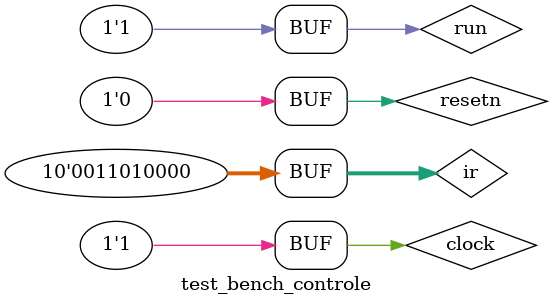
<source format=v>
module test_bench_controle;



	reg [9:0]ir; //instruções no formato III XXX YYY ou III XXX DDD
	reg run, resetn, clock; //Sinais de entrada
	wire done, r0_in, r1_in, r2_in, r3_in, r4_in, r5_in, r6_in,
			r7_in, r0_out, r1_out, r2_out, r3_out, r4_out, r5_out, r6_out, r7_out,
			a_in, g_in, add_sub, dinout, g_out; //sinais de controle 
	
	initial begin
		clock = 1'b0;
		resetn = 1'b0;
		run = 1'b1;
		ir = 9'b001000000; //MVI R0 2
	end
	
	initial begin
		#25 clock = 1'b1;//1
		#25 clock = 1'b0; //0 
		ir = 9'b000001000; //MV R1 R0
		
		#25 clock = ~clock; //1  
		
		
		#25 clock = 1'b0;//0
		ir = 9'b010001001; //ADD R1 R1
		#25 clock = 1'b1; //1
		#25 clock = 1'b0; //0
		#25 clock = 1'b1; //1
		#25 clock = 1'b0; //0
		#25 clock = 1'b1; //1
		
		#25 clock = 1'b0; //0
		ir = 9'b011010000; //SUB R2 R0
		#25 clock = 1'b1; //1
		#25 clock = 1'b0; //0
		#25 clock = 1'b1; //1
		#25 clock = 1'b0; //0
		#25 clock = 1'b1; //1
		
		#25 clock = 1'b0; //0
		#25 clock = 1'b1; //1

	end
	
		controle dut(clock,ir,run, resetn, r0_in, r1_in, r2_in, r3_in, r4_in, r5_in, r6_in, add_sub, dinout, g_out,
					r7_in, r0_out, r1_out, r2_out, r3_out, r4_out, r5_out, r6_out, r7_out, a_in, g_in, done);

endmodule

</source>
